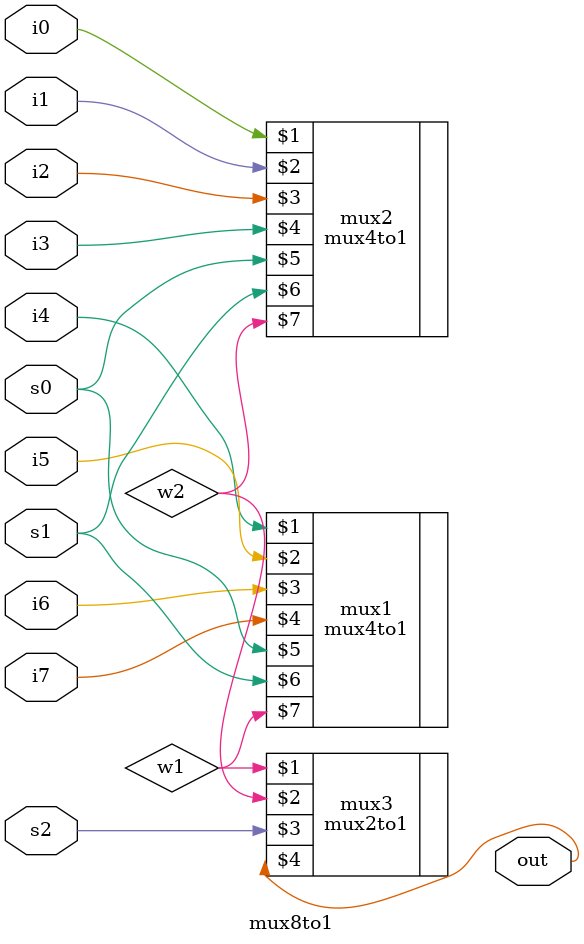
<source format=sv>
`timescale 1ns / 1ps

module mux8to1(input logic i0,i1,i2,i3,i4,i5,i6,i7,s0,s1,s2, output logic out);
    //io,s0 least
    logic w1,w2;
    mux4to1 mux1(i4,i5,i6,i7,s0,s1,w1);
    mux4to1 mux2(i0,i1,i2,i3,s0,s1,w2);
    mux2to1 mux3(w1,w2,s2,out);
endmodule
                                                                                                                                                                                                                                            
</source>
